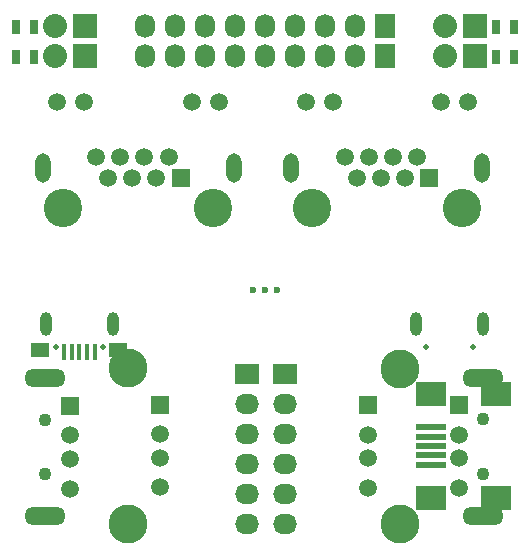
<source format=gbr>
G04 #@! TF.FileFunction,Soldermask,Bot*
%FSLAX46Y46*%
G04 Gerber Fmt 4.6, Leading zero omitted, Abs format (unit mm)*
G04 Created by KiCad (PCBNEW (2015-01-08 BZR 5360)-product) date 2015-01-22T23:58:58 CET*
%MOMM*%
G01*
G04 APERTURE LIST*
%ADD10C,0.100000*%
%ADD11C,0.600000*%
%ADD12R,2.032000X2.032000*%
%ADD13O,2.032000X2.032000*%
%ADD14R,1.727200X2.032000*%
%ADD15O,1.727200X2.032000*%
%ADD16R,0.635000X1.143000*%
%ADD17R,1.500000X1.500000*%
%ADD18C,1.500000*%
%ADD19O,1.300000X2.500000*%
%ADD20C,3.250000*%
%ADD21R,2.032000X1.727200*%
%ADD22O,2.032000X1.727200*%
%ADD23C,3.300000*%
%ADD24O,3.500000X1.500000*%
%ADD25C,1.100000*%
%ADD26R,2.500000X0.500000*%
%ADD27R,2.500000X2.000000*%
%ADD28O,1.000000X2.000000*%
%ADD29C,0.500000*%
%ADD30R,0.400000X1.350000*%
%ADD31R,1.600000X1.200000*%
G04 APERTURE END LIST*
D10*
D11*
X82500000Y-84500000D03*
X83500000Y-84500000D03*
X81500000Y-84500000D03*
D12*
X67305000Y-62145000D03*
D13*
X64765000Y-62145000D03*
D12*
X67305000Y-64685000D03*
D13*
X64765000Y-64685000D03*
D14*
X92705000Y-64685000D03*
D15*
X90165000Y-64685000D03*
X87625000Y-64685000D03*
X85085000Y-64685000D03*
X82545000Y-64685000D03*
X80005000Y-64685000D03*
X77465000Y-64685000D03*
X74925000Y-64685000D03*
X72385000Y-64685000D03*
D12*
X100325000Y-64685000D03*
D13*
X97785000Y-64685000D03*
D14*
X92705000Y-62145000D03*
D15*
X90165000Y-62145000D03*
X87625000Y-62145000D03*
X85085000Y-62145000D03*
X82545000Y-62145000D03*
X80005000Y-62145000D03*
X77465000Y-62145000D03*
X74925000Y-62145000D03*
X72385000Y-62145000D03*
D12*
X100325000Y-62145000D03*
D13*
X97785000Y-62145000D03*
D16*
X61468000Y-64770000D03*
X62992000Y-64770000D03*
X61468000Y-62230000D03*
X62992000Y-62230000D03*
X102108000Y-64770000D03*
X103632000Y-64770000D03*
X102108000Y-62230000D03*
X103632000Y-62230000D03*
D17*
X96400000Y-75080000D03*
D18*
X95380000Y-73300000D03*
X94360000Y-75080000D03*
X93340000Y-73300000D03*
X92320000Y-75080000D03*
X91300000Y-73300000D03*
X90280000Y-75080000D03*
X89260000Y-73300000D03*
D19*
X100930000Y-74190000D03*
X84730000Y-74190000D03*
D18*
X97400000Y-68620000D03*
D20*
X99180000Y-77620000D03*
X86480000Y-77620000D03*
D18*
X99690000Y-68620000D03*
X85970000Y-68620000D03*
X88260000Y-68620000D03*
D17*
X75370000Y-75080000D03*
D18*
X74350000Y-73300000D03*
X73330000Y-75080000D03*
X72310000Y-73300000D03*
X71290000Y-75080000D03*
X70270000Y-73300000D03*
X69250000Y-75080000D03*
X68230000Y-73300000D03*
D19*
X79900000Y-74190000D03*
X63700000Y-74190000D03*
D18*
X76370000Y-68620000D03*
D20*
X78150000Y-77620000D03*
X65450000Y-77620000D03*
D18*
X78660000Y-68620000D03*
X64940000Y-68620000D03*
X67230000Y-68620000D03*
D21*
X81010000Y-91675000D03*
D22*
X81010000Y-94215000D03*
X81010000Y-96755000D03*
X81010000Y-99295000D03*
X81010000Y-101835000D03*
X81010000Y-104375000D03*
D21*
X84185000Y-91675000D03*
D22*
X84185000Y-94215000D03*
X84185000Y-96755000D03*
X84185000Y-99295000D03*
X84185000Y-101835000D03*
X84185000Y-104375000D03*
D17*
X73600000Y-94250000D03*
D18*
X73600000Y-96750000D03*
X73600000Y-98750000D03*
X73600000Y-101250000D03*
D23*
X70890000Y-104321000D03*
X70890000Y-91179000D03*
D17*
X91200000Y-94300000D03*
D18*
X91200000Y-96800000D03*
X91200000Y-98800000D03*
X91200000Y-101300000D03*
D23*
X93910000Y-104371000D03*
X93910000Y-91229000D03*
D18*
X98900000Y-101300000D03*
X98900000Y-98800000D03*
X98900000Y-96800000D03*
D17*
X98900000Y-94300000D03*
D24*
X101000000Y-91950000D03*
X101000000Y-103650000D03*
D25*
X101000000Y-100100000D03*
X101000000Y-95500000D03*
D18*
X66000000Y-101350000D03*
X66000000Y-98850000D03*
X66000000Y-96850000D03*
D17*
X66000000Y-94350000D03*
D24*
X63900000Y-92000000D03*
X63900000Y-103700000D03*
D25*
X63900000Y-100150000D03*
X63900000Y-95550000D03*
D26*
X96550000Y-96150000D03*
X96550000Y-96950000D03*
X96550000Y-97750000D03*
X96550000Y-98550000D03*
X96550000Y-99350000D03*
D27*
X102050000Y-102150000D03*
X96550000Y-102150000D03*
X96550000Y-93350000D03*
X102050000Y-93350000D03*
D28*
X95325000Y-87400000D03*
X100975000Y-87400000D03*
D29*
X96150000Y-89400000D03*
X100150000Y-89400000D03*
D28*
X69625000Y-87400000D03*
D30*
X65500000Y-89800000D03*
X66150000Y-89800000D03*
X66800000Y-89800000D03*
X67450000Y-89800000D03*
X68100000Y-89800000D03*
D28*
X63975000Y-87400000D03*
D29*
X68800000Y-89400000D03*
X64800000Y-89400000D03*
D31*
X63500000Y-89650000D03*
X70100000Y-89650000D03*
M02*

</source>
